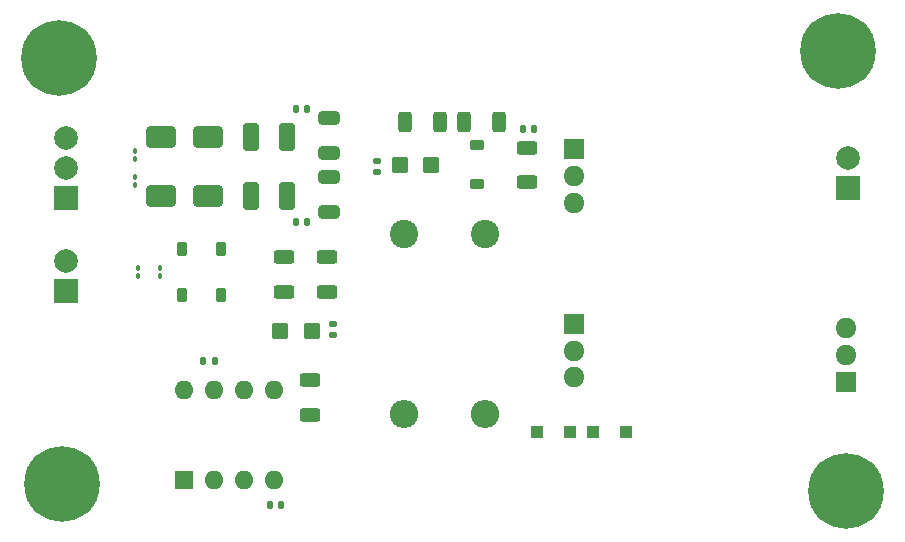
<source format=gts>
%TF.GenerationSoftware,KiCad,Pcbnew,8.0.8*%
%TF.CreationDate,2025-01-31T21:35:31+01:00*%
%TF.ProjectId,BufferCorrente,42756666-6572-4436-9f72-72656e74652e,rev?*%
%TF.SameCoordinates,Original*%
%TF.FileFunction,Soldermask,Top*%
%TF.FilePolarity,Negative*%
%FSLAX46Y46*%
G04 Gerber Fmt 4.6, Leading zero omitted, Abs format (unit mm)*
G04 Created by KiCad (PCBNEW 8.0.8) date 2025-01-31 21:35:31*
%MOMM*%
%LPD*%
G01*
G04 APERTURE LIST*
G04 Aperture macros list*
%AMRoundRect*
0 Rectangle with rounded corners*
0 $1 Rounding radius*
0 $2 $3 $4 $5 $6 $7 $8 $9 X,Y pos of 4 corners*
0 Add a 4 corners polygon primitive as box body*
4,1,4,$2,$3,$4,$5,$6,$7,$8,$9,$2,$3,0*
0 Add four circle primitives for the rounded corners*
1,1,$1+$1,$2,$3*
1,1,$1+$1,$4,$5*
1,1,$1+$1,$6,$7*
1,1,$1+$1,$8,$9*
0 Add four rect primitives between the rounded corners*
20,1,$1+$1,$2,$3,$4,$5,0*
20,1,$1+$1,$4,$5,$6,$7,0*
20,1,$1+$1,$6,$7,$8,$9,0*
20,1,$1+$1,$8,$9,$2,$3,0*%
G04 Aperture macros list end*
%ADD10R,1.600000X1.600000*%
%ADD11O,1.600000X1.600000*%
%ADD12C,2.400000*%
%ADD13O,2.400000X2.400000*%
%ADD14RoundRect,0.250000X0.625000X-0.312500X0.625000X0.312500X-0.625000X0.312500X-0.625000X-0.312500X0*%
%ADD15RoundRect,0.250000X-0.312500X-0.625000X0.312500X-0.625000X0.312500X0.625000X-0.312500X0.625000X0*%
%ADD16RoundRect,0.100000X0.100000X-0.130000X0.100000X0.130000X-0.100000X0.130000X-0.100000X-0.130000X0*%
%ADD17R,1.800000X1.710000*%
%ADD18O,1.800000X1.710000*%
%ADD19R,2.000000X2.000000*%
%ADD20C,2.000000*%
%ADD21C,0.800000*%
%ADD22C,6.400000*%
%ADD23RoundRect,0.250000X-0.300000X-0.300000X0.300000X-0.300000X0.300000X0.300000X-0.300000X0.300000X0*%
%ADD24RoundRect,0.225000X0.375000X-0.225000X0.375000X0.225000X-0.375000X0.225000X-0.375000X-0.225000X0*%
%ADD25RoundRect,0.250000X-1.000000X-0.650000X1.000000X-0.650000X1.000000X0.650000X-1.000000X0.650000X0*%
%ADD26RoundRect,0.225000X-0.225000X-0.375000X0.225000X-0.375000X0.225000X0.375000X-0.225000X0.375000X0*%
%ADD27RoundRect,0.250000X-0.450000X-0.425000X0.450000X-0.425000X0.450000X0.425000X-0.450000X0.425000X0*%
%ADD28RoundRect,0.140000X-0.170000X0.140000X-0.170000X-0.140000X0.170000X-0.140000X0.170000X0.140000X0*%
%ADD29RoundRect,0.250000X0.650000X-0.325000X0.650000X0.325000X-0.650000X0.325000X-0.650000X-0.325000X0*%
%ADD30RoundRect,0.140000X-0.140000X-0.170000X0.140000X-0.170000X0.140000X0.170000X-0.140000X0.170000X0*%
%ADD31RoundRect,0.140000X0.170000X-0.140000X0.170000X0.140000X-0.170000X0.140000X-0.170000X-0.140000X0*%
%ADD32RoundRect,0.250000X-0.412500X-0.925000X0.412500X-0.925000X0.412500X0.925000X-0.412500X0.925000X0*%
%ADD33RoundRect,0.250000X0.412500X0.925000X-0.412500X0.925000X-0.412500X-0.925000X0.412500X-0.925000X0*%
%ADD34RoundRect,0.140000X0.140000X0.170000X-0.140000X0.170000X-0.140000X-0.170000X0.140000X-0.170000X0*%
G04 APERTURE END LIST*
D10*
%TO.C,U1*%
X133180000Y-117020000D03*
D11*
X135720000Y-117020000D03*
X138260000Y-117020000D03*
X140800000Y-117020000D03*
X140800000Y-109400000D03*
X138260000Y-109400000D03*
X135720000Y-109400000D03*
X133180000Y-109400000D03*
%TD*%
D12*
%TO.C,R11*%
X151800000Y-96180000D03*
D13*
X151800000Y-111420000D03*
%TD*%
D12*
%TO.C,R10*%
X158600000Y-96180000D03*
D13*
X158600000Y-111420000D03*
%TD*%
D14*
%TO.C,R9*%
X145290000Y-101125000D03*
X145290000Y-98200000D03*
%TD*%
%TO.C,R8*%
X141600000Y-101125000D03*
X141600000Y-98200000D03*
%TD*%
D15*
%TO.C,R7*%
X156875000Y-86720000D03*
X159800000Y-86720000D03*
%TD*%
%TO.C,R6*%
X154800000Y-86720000D03*
X151875000Y-86720000D03*
%TD*%
D14*
%TO.C,R5*%
X143800000Y-111525000D03*
X143800000Y-108600000D03*
%TD*%
%TO.C,R4*%
X162200000Y-91845000D03*
X162200000Y-88920000D03*
%TD*%
D16*
%TO.C,R2*%
X131100000Y-99775000D03*
X131100000Y-99135000D03*
%TD*%
%TO.C,R1*%
X129300000Y-99135000D03*
X129300000Y-99775000D03*
%TD*%
D17*
%TO.C,Q3*%
X189200000Y-108760000D03*
D18*
X189200000Y-106480000D03*
X189200000Y-104200000D03*
%TD*%
D17*
%TO.C,Q2*%
X166200000Y-103800000D03*
D18*
X166200000Y-106080000D03*
X166200000Y-108360000D03*
%TD*%
%TO.C,Q1*%
X166200000Y-93600000D03*
X166200000Y-91320000D03*
D17*
X166200000Y-89040000D03*
%TD*%
D19*
%TO.C,Power*%
X123200000Y-93200000D03*
D20*
X123200000Y-90660000D03*
X123200000Y-88120000D03*
%TD*%
D19*
%TO.C,OUT*%
X189400000Y-92340000D03*
D20*
X189400000Y-89800000D03*
%TD*%
D19*
%TO.C,SIG*%
X123200000Y-101060000D03*
D20*
X123200000Y-98520000D03*
%TD*%
D21*
%TO.C,M3*%
X186800000Y-118000000D03*
X187502944Y-116302944D03*
X187502944Y-119697056D03*
X189200000Y-115600000D03*
D22*
X189200000Y-118000000D03*
D21*
X189200000Y-120400000D03*
X190897056Y-116302944D03*
X190897056Y-119697056D03*
X191600000Y-118000000D03*
%TD*%
%TO.C,M3*%
X186102944Y-80697056D03*
X186805888Y-79000000D03*
X186805888Y-82394112D03*
X188502944Y-78297056D03*
D22*
X188502944Y-80697056D03*
D21*
X188502944Y-83097056D03*
X190200000Y-79000000D03*
X190200000Y-82394112D03*
X190902944Y-80697056D03*
%TD*%
%TO.C,M3*%
X120400000Y-117400000D03*
X121102944Y-115702944D03*
X121102944Y-119097056D03*
X122800000Y-115000000D03*
D22*
X122800000Y-117400000D03*
D21*
X122800000Y-119800000D03*
X124497056Y-115702944D03*
X124497056Y-119097056D03*
X125200000Y-117400000D03*
%TD*%
%TO.C,M3*%
X125000000Y-81297056D03*
X124297056Y-82994112D03*
X124297056Y-79600000D03*
X122600000Y-83697056D03*
D22*
X122600000Y-81297056D03*
D21*
X122600000Y-78897056D03*
X120902944Y-82994112D03*
X120902944Y-79600000D03*
X120200000Y-81297056D03*
%TD*%
D23*
%TO.C,D7*%
X163000000Y-113000000D03*
X165800000Y-113000000D03*
%TD*%
%TO.C,D6*%
X167800000Y-113000000D03*
X170600000Y-113000000D03*
%TD*%
D24*
%TO.C,D5*%
X158000000Y-92020000D03*
X158000000Y-88720000D03*
%TD*%
D25*
%TO.C,D4*%
X135200000Y-93000000D03*
X131200000Y-93000000D03*
%TD*%
%TO.C,D3*%
X135200000Y-88000000D03*
X131200000Y-88000000D03*
%TD*%
D26*
%TO.C,D2*%
X136300000Y-101400000D03*
X133000000Y-101400000D03*
%TD*%
%TO.C,D1*%
X136300000Y-97450000D03*
X133000000Y-97450000D03*
%TD*%
D27*
%TO.C,C17*%
X141250000Y-104440000D03*
X143950000Y-104440000D03*
%TD*%
D28*
%TO.C,C16*%
X145800000Y-103840000D03*
X145800000Y-104800000D03*
%TD*%
D29*
%TO.C,C15*%
X145400000Y-94350000D03*
X145400000Y-91400000D03*
%TD*%
D30*
%TO.C,C14*%
X142640000Y-95200000D03*
X143600000Y-95200000D03*
%TD*%
D27*
%TO.C,C13*%
X151400000Y-90400000D03*
X154100000Y-90400000D03*
%TD*%
D31*
%TO.C,C12*%
X149500000Y-90960000D03*
X149500000Y-90000000D03*
%TD*%
D30*
%TO.C,C11*%
X142600000Y-85600000D03*
X143560000Y-85600000D03*
%TD*%
D29*
%TO.C,C10*%
X145400000Y-89350000D03*
X145400000Y-86400000D03*
%TD*%
D30*
%TO.C,C9*%
X161840000Y-87320000D03*
X162800000Y-87320000D03*
%TD*%
D32*
%TO.C,C8*%
X138800000Y-93000000D03*
X141875000Y-93000000D03*
%TD*%
D33*
%TO.C,C7*%
X141875000Y-88000000D03*
X138800000Y-88000000D03*
%TD*%
D16*
%TO.C,C6*%
X129000000Y-92040000D03*
X129000000Y-91400000D03*
%TD*%
%TO.C,C5*%
X129000000Y-89865000D03*
X129000000Y-89225000D03*
%TD*%
D34*
%TO.C,C2*%
X141360000Y-119200000D03*
X140400000Y-119200000D03*
%TD*%
D30*
%TO.C,C1*%
X134800000Y-107000000D03*
X135760000Y-107000000D03*
%TD*%
M02*

</source>
